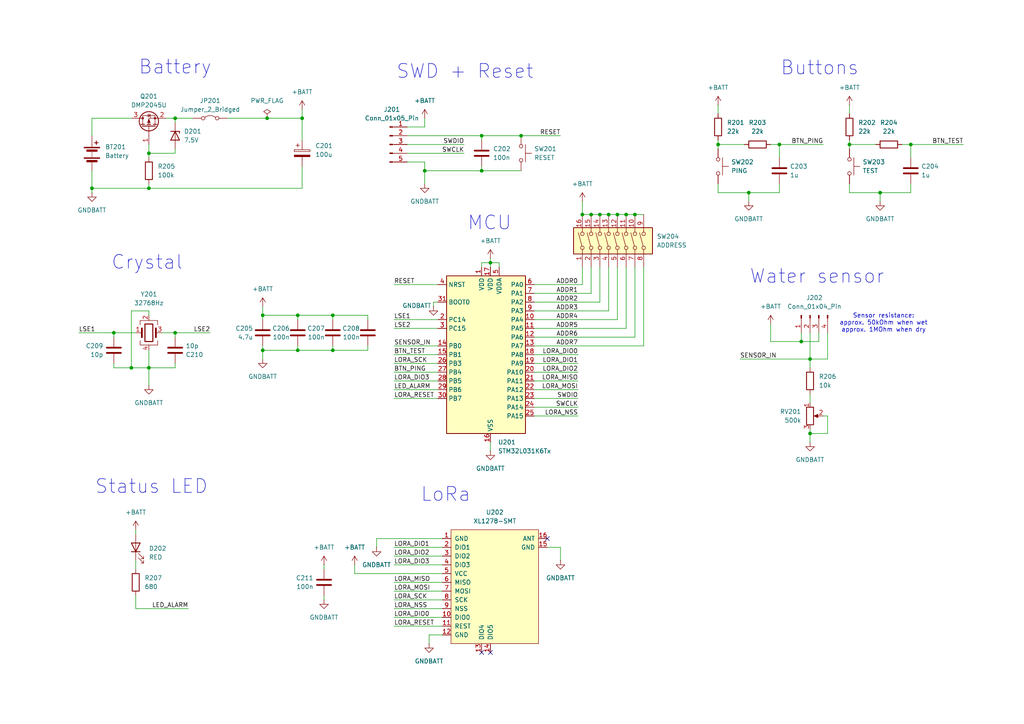
<source format=kicad_sch>
(kicad_sch (version 20231120) (generator "eeschema") (generator_version "8.0")
  (paper "A4")
  (title_block (title "LeakGuard Sensor Unit") (company "ZPI 2024/2025") (comment 1 "Łukasz Świszcz 266576") (comment 2 "Szymon Jędrzejczak 266867") (comment 3 "Philip Hart 266855") (comment 4 "Szymon Wieczorek 266586"))
  (lib_symbols
    (symbol "Connector:Conn_01x04_Pin" (pin_names (offset 1.016) hide)
      (property "Reference" "J" (at 0 5.08 0))
      (property "Value" "Conn_01x04_Pin" (at 0 -7.62 0))
      (symbol "Conn_01x04_Pin_1_1"
        (polyline (pts (xy 1.27 -5.08) (xy 0.8636 -5.08)) (stroke (width 0.1524)))
        (polyline (pts (xy 1.27 -2.54) (xy 0.8636 -2.54)) (stroke (width 0.1524)))
        (polyline (pts (xy 1.27 0) (xy 0.8636 0)) (stroke (width 0.1524)))
        (polyline (pts (xy 1.27 2.54) (xy 0.8636 2.54)) (stroke (width 0.1524)))
        (rectangle (start 0.8636 -4.953) (end 0 -5.207) (stroke (width 0.1524)) (fill (type outline)))
        (rectangle (start 0.8636 -2.413) (end 0 -2.667) (stroke (width 0.1524)) (fill (type outline)))
        (rectangle (start 0.8636 0.127) (end 0 -0.127) (stroke (width 0.1524)) (fill (type outline)))
        (rectangle (start 0.8636 2.667) (end 0 2.413) (stroke (width 0.1524)) (fill (type outline)))
        (pin passive line (at 5.08 2.54 180) (length 3.81) (name "Pin_1") (number "1"))
        (pin passive line (at 5.08 0 180) (length 3.81) (name "Pin_2") (number "2"))
        (pin passive line (at 5.08 -2.54 180) (length 3.81) (name "Pin_3") (number "3"))
        (pin passive line (at 5.08 -5.08 180) (length 3.81) (name "Pin_4") (number "4"))
      )
    )
    (symbol "Connector:Conn_01x05_Pin" (pin_names (offset 1.016) hide)
      (property "Reference" "J" (at 0 7.62 0))
      (property "Value" "Conn_01x05_Pin" (at 0 -7.62 0))
      (symbol "Conn_01x05_Pin_1_1"
        (polyline (pts (xy 1.27 -5.08) (xy 0.8636 -5.08)) (stroke (width 0.1524)))
        (polyline (pts (xy 1.27 -2.54) (xy 0.8636 -2.54)) (stroke (width 0.1524)))
        (polyline (pts (xy 1.27 0) (xy 0.8636 0)) (stroke (width 0.1524)))
        (polyline (pts (xy 1.27 2.54) (xy 0.8636 2.54)) (stroke (width 0.1524)))
        (polyline (pts (xy 1.27 5.08) (xy 0.8636 5.08)) (stroke (width 0.1524)))
        (rectangle (start 0.8636 -4.953) (end 0 -5.207) (stroke (width 0.1524)) (fill (type outline)))
        (rectangle (start 0.8636 -2.413) (end 0 -2.667) (stroke (width 0.1524)) (fill (type outline)))
        (rectangle (start 0.8636 0.127) (end 0 -0.127) (stroke (width 0.1524)) (fill (type outline)))
        (rectangle (start 0.8636 2.667) (end 0 2.413) (stroke (width 0.1524)) (fill (type outline)))
        (rectangle (start 0.8636 5.207) (end 0 4.953) (stroke (width 0.1524)) (fill (type outline)))
        (pin passive line (at 5.08 5.08 180) (length 3.81) (name "Pin_1") (number "1"))
        (pin passive line (at 5.08 2.54 180) (length 3.81) (name "Pin_2") (number "2"))
        (pin passive line (at 5.08 0 180) (length 3.81) (name "Pin_3") (number "3"))
        (pin passive line (at 5.08 -2.54 180) (length 3.81) (name "Pin_4") (number "4"))
        (pin passive line (at 5.08 -5.08 180) (length 3.81) (name "Pin_5") (number "5"))
      )
    )
    (symbol "Device:Battery" (pin_numbers hide) (pin_names (offset 0) hide)
      (property "Reference" "BT" (at 2.54 2.54 0))
      (property "Value" "Battery" (at 2.54 0 0))
      (symbol "Battery_0_1"
        (rectangle (start -2.286 -1.27) (end 2.286 -1.524) (fill (type outline)))
        (rectangle (start -2.286 1.778) (end 2.286 1.524) (fill (type outline)))
        (rectangle (start -1.524 -2.032) (end 1.524 -2.54) (fill (type outline)))
        (rectangle (start -1.524 1.016) (end 1.524 0.508) (fill (type outline)))
        (polyline (pts (xy 0 -1.016) (xy 0 -0.762)))
        (polyline (pts (xy 0 -0.508) (xy 0 -0.254)))
        (polyline (pts (xy 0 0) (xy 0 0.254)))
        (polyline (pts (xy 0 1.778) (xy 0 2.54)))
        (polyline (pts (xy 0.762 3.048) (xy 1.778 3.048)) (stroke (width 0.254)))
        (polyline (pts (xy 1.27 3.556) (xy 1.27 2.54)) (stroke (width 0.254)))
      )
      (symbol "Battery_1_1"
        (pin passive line (at 0 5.08 270) (length 2.54) (name "+") (number "1"))
        (pin passive line (at 0 -5.08 90) (length 2.54) (name "-") (number "2"))
      )
    )
    (symbol "Device:C" (pin_numbers hide) (pin_names (offset 0.254))
      (property "Reference" "C" (at 0.635 2.54 0))
      (property "Value" "C" (at 0.635 -2.54 0))
      (symbol "C_0_1"
        (polyline (pts (xy -2.032 -0.762) (xy 2.032 -0.762)) (stroke (width 0.508)))
        (polyline (pts (xy -2.032 0.762) (xy 2.032 0.762)) (stroke (width 0.508)))
      )
      (symbol "C_1_1"
        (pin passive line (at 0 3.81 270) (length 2.794) (name "~") (number "1"))
        (pin passive line (at 0 -3.81 90) (length 2.794) (name "~") (number "2"))
      )
    )
    (symbol "Device:C_Polarized" (pin_numbers hide) (pin_names (offset 0.254))
      (property "Reference" "C" (at 0.635 2.54 0))
      (property "Value" "C_Polarized" (at 0.635 -2.54 0))
      (symbol "C_Polarized_0_1"
        (rectangle (start -2.286 0.508) (end 2.286 1.016))
        (polyline (pts (xy -1.778 2.286) (xy -0.762 2.286)))
        (polyline (pts (xy -1.27 2.794) (xy -1.27 1.778)))
        (rectangle (start 2.286 -0.508) (end -2.286 -1.016) (fill (type outline)))
      )
      (symbol "C_Polarized_1_1"
        (pin passive line (at 0 3.81 270) (length 2.794) (name "~") (number "1"))
        (pin passive line (at 0 -3.81 90) (length 2.794) (name "~") (number "2"))
      )
    )
    (symbol "Device:Crystal_GND24" (pin_names (offset 1.016) hide)
      (property "Reference" "Y" (at 3.175 5.08 0))
      (property "Value" "Crystal_GND24" (at 3.175 3.175 0))
      (symbol "Crystal_GND24_0_1"
        (rectangle (start -1.143 2.54) (end 1.143 -2.54) (stroke (width 0.3048)))
        (polyline (pts (xy -2.54 0) (xy -2.032 0)))
        (polyline (pts (xy -2.032 -1.27) (xy -2.032 1.27)) (stroke (width 0.508)))
        (polyline (pts (xy 0 -3.81) (xy 0 -3.556)))
        (polyline (pts (xy 0 3.556) (xy 0 3.81)))
        (polyline (pts (xy 2.032 -1.27) (xy 2.032 1.27)) (stroke (width 0.508)))
        (polyline (pts (xy 2.032 0) (xy 2.54 0)))
        (polyline (pts (xy -2.54 -2.286) (xy -2.54 -3.556) (xy 2.54 -3.556) (xy 2.54 -2.286)))
        (polyline (pts (xy -2.54 2.286) (xy -2.54 3.556) (xy 2.54 3.556) (xy 2.54 2.286)))
      )
      (symbol "Crystal_GND24_1_1"
        (pin passive line (at -3.81 0 0) (length 1.27) (name "1") (number "1"))
        (pin passive line (at 0 5.08 270) (length 1.27) (name "2") (number "2"))
        (pin passive line (at 3.81 0 180) (length 1.27) (name "3") (number "3"))
        (pin passive line (at 0 -5.08 90) (length 1.27) (name "4") (number "4"))
      )
    )
    (symbol "Device:D_Zener" (pin_numbers hide) (pin_names (offset 1.016) hide)
      (property "Reference" "D" (at 0 2.54 0))
      (property "Value" "D_Zener" (at 0 -2.54 0))
      (symbol "D_Zener_0_1"
        (polyline (pts (xy 1.27 0) (xy -1.27 0)))
        (polyline (pts (xy -1.27 -1.27) (xy -1.27 1.27) (xy -0.762 1.27)) (stroke (width 0.254)))
        (polyline (pts (xy 1.27 -1.27) (xy 1.27 1.27) (xy -1.27 0) (xy 1.27 -1.27)) (stroke (width 0.254)))
      )
      (symbol "D_Zener_1_1"
        (pin passive line (at -3.81 0 0) (length 2.54) (name "K") (number "1"))
        (pin passive line (at 3.81 0 180) (length 2.54) (name "A") (number "2"))
      )
    )
    (symbol "Device:LED" (pin_numbers hide) (pin_names (offset 1.016) hide)
      (property "Reference" "D" (at 0 2.54 0))
      (property "Value" "LED" (at 0 -2.54 0))
      (symbol "LED_0_1"
        (polyline (pts (xy -1.27 -1.27) (xy -1.27 1.27)) (stroke (width 0.254)))
        (polyline (pts (xy -1.27 0) (xy 1.27 0)))
        (polyline (pts (xy 1.27 -1.27) (xy 1.27 1.27) (xy -1.27 0) (xy 1.27 -1.27)) (stroke (width 0.254)))
        (polyline (pts (xy -3.048 -0.762) (xy -4.572 -2.286) (xy -3.81 -2.286) (xy -4.572 -2.286) (xy -4.572 -1.524)))
        (polyline (pts (xy -1.778 -0.762) (xy -3.302 -2.286) (xy -2.54 -2.286) (xy -3.302 -2.286) (xy -3.302 -1.524)))
      )
      (symbol "LED_1_1"
        (pin passive line (at -3.81 0 0) (length 2.54) (name "K") (number "1"))
        (pin passive line (at 3.81 0 180) (length 2.54) (name "A") (number "2"))
      )
    )
    (symbol "Device:R" (pin_numbers hide) (pin_names (offset 0))
      (property "Reference" "R" (at 2.032 0 90))
      (property "Value" "R" (at 0 0 90))
      (symbol "R_0_1"
        (rectangle (start -1.016 -2.54) (end 1.016 2.54) (stroke (width 0.254)))
      )
      (symbol "R_1_1"
        (pin passive line (at 0 3.81 270) (length 1.27) (name "~") (number "1"))
        (pin passive line (at 0 -3.81 90) (length 1.27) (name "~") (number "2"))
      )
    )
    (symbol "Device:R_Potentiometer" (pin_names (offset 1.016) hide)
      (property "Reference" "RV" (at -4.445 0 90))
      (property "Value" "R_Potentiometer" (at -2.54 0 90))
      (symbol "R_Potentiometer_0_1"
        (polyline (pts (xy 2.54 0) (xy 1.524 0)))
        (polyline (pts (xy 1.143 0) (xy 2.286 0.508) (xy 2.286 -0.508) (xy 1.143 0)) (fill (type outline)))
        (rectangle (start 1.016 2.54) (end -1.016 -2.54) (stroke (width 0.254)))
      )
      (symbol "R_Potentiometer_1_1"
        (pin passive line (at 0 3.81 270) (length 1.27) (name "1") (number "1"))
        (pin passive line (at 3.81 0 180) (length 1.27) (name "2") (number "2"))
        (pin passive line (at 0 -3.81 90) (length 1.27) (name "3") (number "3"))
      )
    )
    (symbol "Jumper:Jumper_2_Bridged" (pin_numbers hide) (pin_names (offset 0) hide) (exclude_from_sim yes)
      (property "Reference" "JP" (at 0 1.905 0))
      (property "Value" "Jumper_2_Bridged" (at 0 -2.54 0))
      (symbol "Jumper_2_Bridged_0_0"
        (circle (center -2.032 0) (radius 0.508))
        (circle (center 2.032 0) (radius 0.508))
      )
      (symbol "Jumper_2_Bridged_0_1"
        (arc (start 1.524 0.254) (mid 0 0.762) (end -1.524 0.254))
      )
      (symbol "Jumper_2_Bridged_1_1"
        (pin passive line (at -5.08 0 0) (length 2.54) (name "A") (number "1"))
        (pin passive line (at 5.08 0 180) (length 2.54) (name "B") (number "2"))
      )
    )
    (symbol "Lora:XL1278-SMT" (pin_names (offset 1.016))
      (property "Reference" "U" (at 2.54 20.32 0))
      (property "Value" "XL1278-SMT" (at -6.35 20.32 0))
      (symbol "XL1278-SMT_0_1"
        (rectangle (start -12.7 17.78) (end 12.7 -15.24) (fill (type background)))
      )
      (symbol "XL1278-SMT_1_1"
        (pin power_in line (at -15.24 15.24 0) (length 2.54) (name "GND") (number "1"))
        (pin bidirectional line (at -15.24 -7.62 0) (length 2.54) (name "DIO0") (number "10"))
        (pin input line (at -15.24 -10.16 0) (length 2.54) (name "REST") (number "11"))
        (pin power_in line (at -15.24 -12.7 0) (length 2.54) (name "GND") (number "12"))
        (pin bidirectional line (at -3.81 -17.78 90) (length 2.54) (name "DIO4") (number "13"))
        (pin bidirectional line (at -1.27 -17.78 90) (length 2.54) (name "DIO5") (number "14"))
        (pin power_in line (at 15.24 12.7 180) (length 2.54) (name "GND") (number "15"))
        (pin passive line (at 15.24 15.24 180) (length 2.54) (name "ANT") (number "16"))
        (pin bidirectional line (at -15.24 12.7 0) (length 2.54) (name "DIO1") (number "2"))
        (pin bidirectional line (at -15.24 10.16 0) (length 2.54) (name "DIO2") (number "3"))
        (pin bidirectional line (at -15.24 7.62 0) (length 2.54) (name "DIO3") (number "4"))
        (pin power_in line (at -15.24 5.08 0) (length 2.54) (name "VCC") (number "5"))
        (pin tri_state line (at -15.24 2.54 0) (length 2.54) (name "MISO") (number "6"))
        (pin input line (at -15.24 0 0) (length 2.54) (name "MOSI") (number "7"))
        (pin input line (at -15.24 -2.54 0) (length 2.54) (name "SCK") (number "8"))
        (pin input line (at -15.24 -5.08 0) (length 2.54) (name "NSS") (number "9"))
      )
    )
    (symbol "MCU_ST_STM32L0:STM32L031K6Tx"
      (property "Reference" "U" (at -10.16 24.13 0))
      (property "Value" "STM32L031K6Tx" (at 7.62 24.13 0))
      (symbol "STM32L031K6Tx_0_1"
        (rectangle (start -10.16 -22.86) (end 12.7 22.86) (stroke (width 0.254)) (fill (type background)))
      )
      (symbol "STM32L031K6Tx_1_1"
        (pin power_in line (at 0 25.4 270) (length 2.54) (name "VDD") (number "1"))
        (pin bidirectional line (at 15.24 10.16 180) (length 2.54) (name "PA4") (number "10"))
        (pin bidirectional line (at 15.24 7.62 180) (length 2.54) (name "PA5") (number "11"))
        (pin bidirectional line (at 15.24 5.08 180) (length 2.54) (name "PA6") (number "12"))
        (pin bidirectional line (at 15.24 2.54 180) (length 2.54) (name "PA7") (number "13"))
        (pin bidirectional line (at -12.7 2.54 0) (length 2.54) (name "PB0") (number "14"))
        (pin bidirectional line (at -12.7 0 0) (length 2.54) (name "PB1") (number "15"))
        (pin power_in line (at 2.54 -25.4 90) (length 2.54) (name "VSS") (number "16"))
        (pin power_in line (at 2.54 25.4 270) (length 2.54) (name "VDD") (number "17"))
        (pin bidirectional line (at 15.24 0 180) (length 2.54) (name "PA8") (number "18"))
        (pin bidirectional line (at 15.24 -2.54 180) (length 2.54) (name "PA9") (number "19"))
        (pin bidirectional line (at -12.7 10.16 0) (length 2.54) (name "PC14") (number "2"))
        (pin bidirectional line (at 15.24 -5.08 180) (length 2.54) (name "PA10") (number "20"))
        (pin bidirectional line (at 15.24 -7.62 180) (length 2.54) (name "PA11") (number "21"))
        (pin bidirectional line (at 15.24 -10.16 180) (length 2.54) (name "PA12") (number "22"))
        (pin bidirectional line (at 15.24 -12.7 180) (length 2.54) (name "PA13") (number "23"))
        (pin bidirectional line (at 15.24 -15.24 180) (length 2.54) (name "PA14") (number "24"))
        (pin bidirectional line (at 15.24 -17.78 180) (length 2.54) (name "PA15") (number "25"))
        (pin bidirectional line (at -12.7 -2.54 0) (length 2.54) (name "PB3") (number "26"))
        (pin bidirectional line (at -12.7 -5.08 0) (length 2.54) (name "PB4") (number "27"))
        (pin bidirectional line (at -12.7 -7.62 0) (length 2.54) (name "PB5") (number "28"))
        (pin bidirectional line (at -12.7 -10.16 0) (length 2.54) (name "PB6") (number "29"))
        (pin bidirectional line (at -12.7 7.62 0) (length 2.54) (name "PC15") (number "3"))
        (pin bidirectional line (at -12.7 -12.7 0) (length 2.54) (name "PB7") (number "30"))
        (pin input line (at -12.7 15.24 0) (length 2.54) (name "BOOT0") (number "31"))
        (pin passive line (at 2.54 -25.4 90) (length 2.54) hide (name "VSS") (number "32"))
        (pin input line (at -12.7 20.32 0) (length 2.54) (name "NRST") (number "4"))
        (pin power_in line (at 5.08 25.4 270) (length 2.54) (name "VDDA") (number "5"))
        (pin bidirectional line (at 15.24 20.32 180) (length 2.54) (name "PA0") (number "6"))
        (pin bidirectional line (at 15.24 17.78 180) (length 2.54) (name "PA1") (number "7"))
        (pin bidirectional line (at 15.24 15.24 180) (length 2.54) (name "PA2") (number "8"))
        (pin bidirectional line (at 15.24 12.7 180) (length 2.54) (name "PA3") (number "9"))
      )
    )
    (symbol "Switch:SW_DIP_x08" (pin_names (offset 0) hide)
      (property "Reference" "SW" (at 0 13.97 0))
      (property "Value" "SW_DIP_x08" (at 0 -11.43 0))
      (symbol "SW_DIP_x08_0_0"
        (circle (center -2.032 -7.62) (radius 0.508))
        (circle (center -2.032 -5.08) (radius 0.508))
        (circle (center -2.032 -2.54) (radius 0.508))
        (circle (center -2.032 0) (radius 0.508))
        (circle (center -2.032 2.54) (radius 0.508))
        (circle (center -2.032 5.08) (radius 0.508))
        (circle (center -2.032 7.62) (radius 0.508))
        (circle (center -2.032 10.16) (radius 0.508))
        (polyline (pts (xy -1.524 -7.4676) (xy 2.3622 -6.4262)))
        (polyline (pts (xy -1.524 -4.9276) (xy 2.3622 -3.8862)))
        (polyline (pts (xy -1.524 -2.3876) (xy 2.3622 -1.3462)))
        (polyline (pts (xy -1.524 0.127) (xy 2.3622 1.1684)))
        (polyline (pts (xy -1.524 2.667) (xy 2.3622 3.7084)))
        (polyline (pts (xy -1.524 5.207) (xy 2.3622 6.2484)))
        (polyline (pts (xy -1.524 7.747) (xy 2.3622 8.7884)))
        (polyline (pts (xy -1.524 10.287) (xy 2.3622 11.3284)))
        (circle (center 2.032 -7.62) (radius 0.508))
        (circle (center 2.032 -5.08) (radius 0.508))
        (circle (center 2.032 -2.54) (radius 0.508))
        (circle (center 2.032 0) (radius 0.508))
        (circle (center 2.032 2.54) (radius 0.508))
        (circle (center 2.032 5.08) (radius 0.508))
        (circle (center 2.032 7.62) (radius 0.508))
        (circle (center 2.032 10.16) (radius 0.508))
      )
      (symbol "SW_DIP_x08_0_1"
        (rectangle (start -3.81 12.7) (end 3.81 -10.16) (stroke (width 0.254)) (fill (type background)))
      )
      (symbol "SW_DIP_x08_1_1"
        (pin passive line (at -7.62 10.16 0) (length 5.08) (name "~") (number "1"))
        (pin passive line (at 7.62 -5.08 180) (length 5.08) (name "~") (number "10"))
        (pin passive line (at 7.62 -2.54 180) (length 5.08) (name "~") (number "11"))
        (pin passive line (at 7.62 0 180) (length 5.08) (name "~") (number "12"))
        (pin passive line (at 7.62 2.54 180) (length 5.08) (name "~") (number "13"))
        (pin passive line (at 7.62 5.08 180) (length 5.08) (name "~") (number "14"))
        (pin passive line (at 7.62 7.62 180) (length 5.08) (name "~") (number "15"))
        (pin passive line (at 7.62 10.16 180) (length 5.08) (name "~") (number "16"))
        (pin passive line (at -7.62 7.62 0) (length 5.08) (name "~") (number "2"))
        (pin passive line (at -7.62 5.08 0) (length 5.08) (name "~") (number "3"))
        (pin passive line (at -7.62 2.54 0) (length 5.08) (name "~") (number "4"))
        (pin passive line (at -7.62 0 0) (length 5.08) (name "~") (number "5"))
        (pin passive line (at -7.62 -2.54 0) (length 5.08) (name "~") (number "6"))
        (pin passive line (at -7.62 -5.08 0) (length 5.08) (name "~") (number "7"))
        (pin passive line (at -7.62 -7.62 0) (length 5.08) (name "~") (number "8"))
        (pin passive line (at 7.62 -7.62 180) (length 5.08) (name "~") (number "9"))
      )
    )
    (symbol "Switch:SW_Push" (pin_numbers hide) (pin_names (offset 1.016) hide)
      (property "Reference" "SW" (at 1.27 2.54 0))
      (property "Value" "SW_Push" (at 0 -1.524 0))
      (symbol "SW_Push_0_1"
        (circle (center -2.032 0) (radius 0.508))
        (polyline (pts (xy 0 1.27) (xy 0 3.048)))
        (polyline (pts (xy 2.54 1.27) (xy -2.54 1.27)))
        (circle (center 2.032 0) (radius 0.508))
        (pin passive line (at -5.08 0 0) (length 2.54) (name "1") (number "1"))
        (pin passive line (at 5.08 0 180) (length 2.54) (name "2") (number "2"))
      )
    )
    (symbol "Transistor_FET:DMG2301L" (pin_names hide)
      (property "Reference" "Q" (at 5.08 1.905 0))
      (property "Value" "DMG2301L" (at 5.08 0 0))
      (symbol "DMG2301L_0_1"
        (polyline (pts (xy 0.254 0) (xy -2.54 0)))
        (polyline (pts (xy 0.254 1.905) (xy 0.254 -1.905)) (stroke (width 0.254)))
        (polyline (pts (xy 0.762 -1.27) (xy 0.762 -2.286)) (stroke (width 0.254)))
        (polyline (pts (xy 0.762 0.508) (xy 0.762 -0.508)) (stroke (width 0.254)))
        (polyline (pts (xy 0.762 2.286) (xy 0.762 1.27)) (stroke (width 0.254)))
        (polyline (pts (xy 2.54 2.54) (xy 2.54 1.778)))
        (polyline (pts (xy 2.54 -2.54) (xy 2.54 0) (xy 0.762 0)))
        (polyline (pts (xy 0.762 1.778) (xy 3.302 1.778) (xy 3.302 -1.778) (xy 0.762 -1.778)))
        (polyline (pts (xy 2.286 0) (xy 1.27 0.381) (xy 1.27 -0.381) (xy 2.286 0)) (fill (type outline)))
        (polyline (pts (xy 2.794 -0.508) (xy 2.921 -0.381) (xy 3.683 -0.381) (xy 3.81 -0.254)))
        (polyline (pts (xy 3.302 -0.381) (xy 2.921 0.254) (xy 3.683 0.254) (xy 3.302 -0.381)))
        (circle (center 1.651 0) (radius 2.794) (stroke (width 0.254)))
        (circle (center 2.54 -1.778) (radius 0.254) (fill (type outline)))
        (circle (center 2.54 1.778) (radius 0.254) (fill (type outline)))
      )
      (symbol "DMG2301L_1_1"
        (pin input line (at -5.08 0 0) (length 2.54) (name "G") (number "1"))
        (pin passive line (at 2.54 -5.08 90) (length 2.54) (name "S") (number "2"))
        (pin passive line (at 2.54 5.08 270) (length 2.54) (name "D") (number "3"))
      )
    )
    (symbol "power:+BATT" (power) (pin_numbers hide) (pin_names (offset 0) hide)
      (property "Value" "+BATT" (at 0 3.556 0))
      (symbol "+BATT_0_1"
        (polyline (pts (xy -0.762 1.27) (xy 0 2.54)))
        (polyline (pts (xy 0 0) (xy 0 2.54)))
        (polyline (pts (xy 0 2.54) (xy 0.762 1.27)))
      )
      (symbol "+BATT_1_1"
        (pin power_in line (at 0 0 90) (length 0) (name "~") (number "1"))
      )
    )
    (symbol "power:GND" (power) (pin_numbers hide) (pin_names (offset 0) hide)
      (property "Value" "GND" (at 0 -3.81 0))
      (symbol "GND_0_1"
        (polyline (pts (xy 0 0) (xy 0 -1.27) (xy 1.27 -1.27) (xy 0 -2.54) (xy -1.27 -1.27) (xy 0 -1.27)))
      )
      (symbol "GND_1_1"
        (pin power_in line (at 0 0 270) (length 0) (name "~") (number "1"))
      )
    )
    (symbol "power:PWR_FLAG" (power) (pin_numbers hide) (pin_names (offset 0) hide)
      (property "Value" "PWR_FLAG" (at 0 3.81 0))
      (symbol "PWR_FLAG_0_0"
        (pin power_out line (at 0 0 90) (length 0) (name "~") (number "1"))
      )
      (symbol "PWR_FLAG_0_1"
        (polyline (pts (xy 0 0) (xy 0 1.27) (xy -1.016 1.905) (xy 0 2.54) (xy 1.016 1.905) (xy 0 1.27)))
      )
    )
  )
  (junction (at 226.06 41.91))
  (junction (at 43.18 44.45))
  (junction (at 255.27 55.88))
  (junction (at 26.67 54.61))
  (junction (at 86.36 101.6))
  (junction (at 139.7 39.37))
  (junction (at 217.17 55.88))
  (junction (at 96.52 91.44))
  (junction (at 33.02 96.52))
  (junction (at 96.52 101.6))
  (junction (at 176.53 62.23))
  (junction (at 139.7 49.53))
  (junction (at 43.18 106.68))
  (junction (at 50.8 34.29))
  (junction (at 181.61 62.23))
  (junction (at 173.99 62.23))
  (junction (at 168.91 62.23))
  (junction (at 151.13 39.37))
  (junction (at 264.16 41.91))
  (junction (at 50.8 96.52))
  (junction (at 76.2 101.6))
  (junction (at 171.45 62.23))
  (junction (at 43.18 54.61))
  (junction (at 87.63 34.29))
  (junction (at 77.47 34.29))
  (junction (at 76.2 91.44))
  (junction (at 232.41 99.06))
  (junction (at 234.95 125.73))
  (junction (at 246.38 41.91))
  (junction (at 123.19 49.53))
  (junction (at 208.28 41.91))
  (junction (at 38.1 106.68))
  (junction (at 142.24 76.2))
  (junction (at 234.95 104.14))
  (junction (at 184.15 62.23))
  (junction (at 179.07 62.23))
  (junction (at 86.36 91.44))
  (no_connect (at 158.75 156.21))
  (no_connect (at 139.7 189.23))
  (no_connect (at 142.24 189.23))
  (wire (pts (xy 50.8 97.79) (xy 50.8 96.52)))
  (wire (pts (xy 128.27 184.15) (xy 124.46 184.15)))
  (wire (pts (xy 50.8 43.18) (xy 50.8 44.45)))
  (wire (pts (xy 33.02 97.79) (xy 33.02 96.52)))
  (wire (pts (xy 38.1 90.17) (xy 38.1 106.68)))
  (wire (pts (xy 43.18 101.6) (xy 43.18 106.68)))
  (wire (pts (xy 50.8 35.56) (xy 50.8 34.29)))
  (wire (pts (xy 114.3 168.91) (xy 128.27 168.91)))
  (wire (pts (xy 114.3 95.25) (xy 127 95.25)))
  (wire (pts (xy 139.7 49.53) (xy 139.7 48.26)))
  (wire (pts (xy 154.94 110.49) (xy 167.64 110.49)))
  (wire (pts (xy 214.63 104.14) (xy 234.95 104.14)))
  (wire (pts (xy 39.37 162.56) (xy 39.37 165.1)))
  (wire (pts (xy 77.47 34.29) (xy 87.63 34.29)))
  (wire (pts (xy 125.73 87.63) (xy 125.73 88.9)))
  (wire (pts (xy 114.3 105.41) (xy 127 105.41)))
  (wire (pts (xy 123.19 34.29) (xy 123.19 36.83)))
  (wire (pts (xy 96.52 91.44) (xy 106.68 91.44)))
  (wire (pts (xy 76.2 101.6) (xy 86.36 101.6)))
  (wire (pts (xy 26.67 54.61) (xy 43.18 54.61)))
  (wire (pts (xy 223.52 93.98) (xy 223.52 99.06)))
  (wire (pts (xy 46.99 96.52) (xy 50.8 96.52)))
  (wire (pts (xy 154.94 118.11) (xy 167.64 118.11)))
  (wire (pts (xy 123.19 49.53) (xy 123.19 53.34)))
  (wire (pts (xy 124.46 184.15) (xy 124.46 186.69)))
  (wire (pts (xy 93.98 172.72) (xy 93.98 173.99)))
  (wire (pts (xy 158.75 158.75) (xy 162.56 158.75)))
  (wire (pts (xy 43.18 90.17) (xy 38.1 90.17)))
  (wire (pts (xy 43.18 90.17) (xy 43.18 91.44)))
  (wire (pts (xy 171.45 77.47) (xy 171.45 85.09)))
  (wire (pts (xy 43.18 44.45) (xy 50.8 44.45)))
  (wire (pts (xy 114.3 115.57) (xy 127 115.57)))
  (wire (pts (xy 240.03 96.52) (xy 240.03 104.14)))
  (wire (pts (xy 76.2 92.71) (xy 76.2 91.44)))
  (wire (pts (xy 33.02 106.68) (xy 38.1 106.68)))
  (wire (pts (xy 154.94 95.25) (xy 181.61 95.25)))
  (wire (pts (xy 139.7 39.37) (xy 151.13 39.37)))
  (wire (pts (xy 114.3 173.99) (xy 128.27 173.99)))
  (wire (pts (xy 186.69 77.47) (xy 186.69 100.33)))
  (wire (pts (xy 255.27 55.88) (xy 264.16 55.88)))
  (wire (pts (xy 217.17 55.88) (xy 226.06 55.88)))
  (wire (pts (xy 50.8 34.29) (xy 55.88 34.29)))
  (wire (pts (xy 114.3 158.75) (xy 128.27 158.75)))
  (wire (pts (xy 118.11 39.37) (xy 139.7 39.37)))
  (wire (pts (xy 151.13 49.53) (xy 139.7 49.53)))
  (wire (pts (xy 128.27 166.37) (xy 102.87 166.37)))
  (wire (pts (xy 154.94 115.57) (xy 167.64 115.57)))
  (wire (pts (xy 176.53 62.23) (xy 179.07 62.23)))
  (wire (pts (xy 109.22 156.21) (xy 109.22 158.75)))
  (wire (pts (xy 226.06 55.88) (xy 226.06 53.34)))
  (wire (pts (xy 43.18 106.68) (xy 43.18 111.76)))
  (wire (pts (xy 181.61 62.23) (xy 184.15 62.23)))
  (wire (pts (xy 217.17 55.88) (xy 217.17 58.42)))
  (wire (pts (xy 39.37 153.67) (xy 39.37 154.94)))
  (wire (pts (xy 234.95 96.52) (xy 234.95 104.14)))
  (wire (pts (xy 176.53 77.47) (xy 176.53 90.17)))
  (wire (pts (xy 33.02 106.68) (xy 33.02 105.41)))
  (wire (pts (xy 87.63 48.26) (xy 87.63 54.61)))
  (wire (pts (xy 240.03 104.14) (xy 234.95 104.14)))
  (wire (pts (xy 43.18 41.91) (xy 43.18 44.45)))
  (wire (pts (xy 106.68 91.44) (xy 106.68 92.71)))
  (wire (pts (xy 43.18 106.68) (xy 50.8 106.68)))
  (wire (pts (xy 234.95 125.73) (xy 234.95 124.46)))
  (wire (pts (xy 114.3 102.87) (xy 127 102.87)))
  (wire (pts (xy 154.94 97.79) (xy 184.15 97.79)))
  (wire (pts (xy 142.24 76.2) (xy 144.78 76.2)))
  (wire (pts (xy 168.91 62.23) (xy 171.45 62.23)))
  (wire (pts (xy 96.52 101.6) (xy 96.52 100.33)))
  (wire (pts (xy 246.38 41.91) (xy 254 41.91)))
  (wire (pts (xy 255.27 55.88) (xy 255.27 58.42)))
  (wire (pts (xy 208.28 55.88) (xy 217.17 55.88)))
  (wire (pts (xy 208.28 41.91) (xy 215.9 41.91)))
  (wire (pts (xy 226.06 41.91) (xy 226.06 45.72)))
  (wire (pts (xy 154.94 87.63) (xy 173.99 87.63)))
  (wire (pts (xy 142.24 74.93) (xy 142.24 76.2)))
  (wire (pts (xy 264.16 41.91) (xy 279.4 41.91)))
  (wire (pts (xy 114.3 163.83) (xy 128.27 163.83)))
  (wire (pts (xy 234.95 125.73) (xy 234.95 128.27)))
  (wire (pts (xy 39.37 176.53) (xy 54.61 176.53)))
  (wire (pts (xy 43.18 54.61) (xy 87.63 54.61)))
  (wire (pts (xy 33.02 96.52) (xy 39.37 96.52)))
  (wire (pts (xy 208.28 41.91) (xy 208.28 43.18)))
  (wire (pts (xy 114.3 113.03) (xy 127 113.03)))
  (wire (pts (xy 106.68 101.6) (xy 96.52 101.6)))
  (wire (pts (xy 96.52 91.44) (xy 96.52 92.71)))
  (wire (pts (xy 43.18 45.72) (xy 43.18 44.45)))
  (wire (pts (xy 154.94 92.71) (xy 179.07 92.71)))
  (wire (pts (xy 246.38 30.48) (xy 246.38 33.02)))
  (wire (pts (xy 106.68 100.33) (xy 106.68 101.6)))
  (wire (pts (xy 114.3 161.29) (xy 128.27 161.29)))
  (wire (pts (xy 223.52 99.06) (xy 232.41 99.06)))
  (wire (pts (xy 237.49 99.06) (xy 232.41 99.06)))
  (wire (pts (xy 261.62 41.91) (xy 264.16 41.91)))
  (wire (pts (xy 114.3 181.61) (xy 128.27 181.61)))
  (wire (pts (xy 162.56 158.75) (xy 162.56 162.56)))
  (wire (pts (xy 154.94 107.95) (xy 167.64 107.95)))
  (wire (pts (xy 208.28 30.48) (xy 208.28 33.02)))
  (wire (pts (xy 232.41 96.52) (xy 232.41 99.06)))
  (wire (pts (xy 86.36 92.71) (xy 86.36 91.44)))
  (wire (pts (xy 234.95 104.14) (xy 234.95 106.68)))
  (wire (pts (xy 127 87.63) (xy 125.73 87.63)))
  (wire (pts (xy 26.67 54.61) (xy 26.67 55.88)))
  (wire (pts (xy 50.8 106.68) (xy 50.8 105.41)))
  (wire (pts (xy 179.07 62.23) (xy 181.61 62.23)))
  (wire (pts (xy 114.3 107.95) (xy 127 107.95)))
  (wire (pts (xy 246.38 55.88) (xy 255.27 55.88)))
  (wire (pts (xy 102.87 163.83) (xy 102.87 166.37)))
  (wire (pts (xy 171.45 62.23) (xy 173.99 62.23)))
  (wire (pts (xy 154.94 105.41) (xy 167.64 105.41)))
  (wire (pts (xy 184.15 62.23) (xy 186.69 62.23)))
  (wire (pts (xy 142.24 128.27) (xy 142.24 130.81)))
  (wire (pts (xy 118.11 44.45) (xy 134.62 44.45)))
  (wire (pts (xy 208.28 53.34) (xy 208.28 55.88)))
  (wire (pts (xy 26.67 34.29) (xy 38.1 34.29)))
  (wire (pts (xy 154.94 113.03) (xy 167.64 113.03)))
  (wire (pts (xy 179.07 77.47) (xy 179.07 92.71)))
  (wire (pts (xy 114.3 171.45) (xy 128.27 171.45)))
  (wire (pts (xy 264.16 55.88) (xy 264.16 53.34)))
  (wire (pts (xy 264.16 41.91) (xy 264.16 45.72)))
  (wire (pts (xy 237.49 96.52) (xy 237.49 99.06)))
  (wire (pts (xy 246.38 53.34) (xy 246.38 55.88)))
  (wire (pts (xy 123.19 49.53) (xy 139.7 49.53)))
  (wire (pts (xy 184.15 77.47) (xy 184.15 97.79)))
  (wire (pts (xy 26.67 49.53) (xy 26.67 54.61)))
  (wire (pts (xy 86.36 101.6) (xy 86.36 100.33)))
  (wire (pts (xy 43.18 54.61) (xy 43.18 53.34)))
  (wire (pts (xy 76.2 101.6) (xy 76.2 104.14)))
  (wire (pts (xy 139.7 76.2) (xy 142.24 76.2)))
  (wire (pts (xy 22.86 96.52) (xy 33.02 96.52)))
  (wire (pts (xy 87.63 31.75) (xy 87.63 34.29)))
  (wire (pts (xy 118.11 46.99) (xy 123.19 46.99)))
  (wire (pts (xy 50.8 96.52) (xy 60.96 96.52)))
  (wire (pts (xy 86.36 91.44) (xy 96.52 91.44)))
  (wire (pts (xy 154.94 120.65) (xy 167.64 120.65)))
  (wire (pts (xy 118.11 41.91) (xy 134.62 41.91)))
  (wire (pts (xy 114.3 92.71) (xy 127 92.71)))
  (wire (pts (xy 223.52 41.91) (xy 226.06 41.91)))
  (wire (pts (xy 139.7 77.47) (xy 139.7 76.2)))
  (wire (pts (xy 246.38 41.91) (xy 246.38 43.18)))
  (wire (pts (xy 144.78 76.2) (xy 144.78 77.47)))
  (wire (pts (xy 240.03 120.65) (xy 240.03 125.73)))
  (wire (pts (xy 238.76 120.65) (xy 240.03 120.65)))
  (wire (pts (xy 114.3 100.33) (xy 127 100.33)))
  (wire (pts (xy 173.99 62.23) (xy 176.53 62.23)))
  (wire (pts (xy 208.28 40.64) (xy 208.28 41.91)))
  (wire (pts (xy 93.98 163.83) (xy 93.98 165.1)))
  (wire (pts (xy 39.37 172.72) (xy 39.37 176.53)))
  (wire (pts (xy 38.1 106.68) (xy 43.18 106.68)))
  (wire (pts (xy 86.36 101.6) (xy 96.52 101.6)))
  (wire (pts (xy 76.2 101.6) (xy 76.2 100.33)))
  (wire (pts (xy 139.7 40.64) (xy 139.7 39.37)))
  (wire (pts (xy 114.3 176.53) (xy 128.27 176.53)))
  (wire (pts (xy 173.99 77.47) (xy 173.99 87.63)))
  (wire (pts (xy 154.94 102.87) (xy 167.64 102.87)))
  (wire (pts (xy 26.67 39.37) (xy 26.67 34.29)))
  (wire (pts (xy 123.19 49.53) (xy 123.19 46.99)))
  (wire (pts (xy 87.63 34.29) (xy 87.63 40.64)))
  (wire (pts (xy 76.2 88.9) (xy 76.2 91.44)))
  (wire (pts (xy 128.27 156.21) (xy 109.22 156.21)))
  (wire (pts (xy 154.94 85.09) (xy 171.45 85.09)))
  (wire (pts (xy 114.3 82.55) (xy 127 82.55)))
  (wire (pts (xy 181.61 77.47) (xy 181.61 95.25)))
  (wire (pts (xy 66.04 34.29) (xy 77.47 34.29)))
  (wire (pts (xy 151.13 39.37) (xy 162.56 39.37)))
  (wire (pts (xy 154.94 90.17) (xy 176.53 90.17)))
  (wire (pts (xy 118.11 36.83) (xy 123.19 36.83)))
  (wire (pts (xy 240.03 125.73) (xy 234.95 125.73)))
  (wire (pts (xy 142.24 76.2) (xy 142.24 77.47)))
  (wire (pts (xy 48.26 34.29) (xy 50.8 34.29)))
  (wire (pts (xy 154.94 100.33) (xy 186.69 100.33)))
  (wire (pts (xy 246.38 40.64) (xy 246.38 41.91)))
  (wire (pts (xy 154.94 82.55) (xy 168.91 82.55)))
  (wire (pts (xy 226.06 41.91) (xy 238.76 41.91)))
  (wire (pts (xy 234.95 114.3) (xy 234.95 116.84)))
  (wire (pts (xy 168.91 58.42) (xy 168.91 62.23)))
  (wire (pts (xy 76.2 91.44) (xy 86.36 91.44)))
  (wire (pts (xy 114.3 110.49) (xy 127 110.49)))
  (wire (pts (xy 114.3 179.07) (xy 128.27 179.07)))
  (wire (pts (xy 168.91 82.55) (xy 168.91 77.47)))
  (text "Battery" (at 50.8 19.558 0) (effects (font (size 4 4))))
  (text "Water sensor" (at 236.982 80.264 0) (effects (font (size 4 4))))
  (text "Buttons" (at 237.744 19.812 0) (effects (font (size 4 4))))
  (text "Sensor resistance:\napprox. 50kOhm when wet\napprox. 1MOhm when dry" (at 256.286 93.726 0) (effects (font (size 1.27 1.27))))
  (text "Status LED" (at 43.942 141.224 0) (effects (font (size 4 4))))
  (text "SWD + Reset" (at 134.874 20.828 0) (effects (font (size 4 4))))
  (text "LoRa" (at 129.286 143.51 0) (effects (font (size 4 4))))
  (text "MCU" (at 141.986 64.77 0) (effects (font (size 4 4))))
  (text "Crystal" (at 42.672 76.2 0) (effects (font (size 4 4))))
  (label "LORA_SCK" (at 114.3 105.41 0))
  (label "LORA_NSS" (at 114.3 176.53 0))
  (label "LORA_RESET" (at 114.3 115.57 0))
  (label "LORA_DIO1" (at 114.3 158.75 0))
  (label "ADDR4" (at 167.64 92.71 180))
  (label "LED_ALARM" (at 54.61 176.53 180))
  (label "ADDR1" (at 167.64 85.09 180))
  (label "LORA_NSS" (at 167.64 120.65 180))
  (label "LORA_MOSI" (at 167.64 113.03 180))
  (label "RESET" (at 162.56 39.37 180))
  (label "LORA_RESET" (at 114.3 181.61 0))
  (label "LSE2" (at 60.96 96.52 180))
  (label "BTN_TEST" (at 279.4 41.91 180))
  (label "ADDR2" (at 167.64 87.63 180))
  (label "ADDR5" (at 167.64 95.25 180))
  (label "LORA_DIO3" (at 114.3 110.49 0))
  (label "LORA_DIO2" (at 167.64 107.95 180))
  (label "SENSOR_IN" (at 214.63 104.14 0))
  (label "ADDR0" (at 167.64 82.55 180))
  (label "ADDR3" (at 167.64 90.17 180))
  (label "LORA_DIO2" (at 114.3 161.29 0))
  (label "LED_ALARM" (at 114.3 113.03 0))
  (label "SWCLK" (at 134.62 44.45 180))
  (label "LORA_MISO" (at 167.64 110.49 180))
  (label "LORA_SCK" (at 114.3 173.99 0))
  (label "RESET" (at 114.3 82.55 0))
  (label "SWCLK" (at 167.64 118.11 180))
  (label "SWDIO" (at 134.62 41.91 180))
  (label "ADDR6" (at 167.64 97.79 180))
  (label "ADDR7" (at 167.64 100.33 180))
  (label "LORA_DIO1" (at 167.64 105.41 180))
  (label "LORA_MISO" (at 114.3 168.91 0))
  (label "LSE2" (at 114.3 95.25 0))
  (label "LORA_DIO0" (at 114.3 179.07 0))
  (label "BTN_PING" (at 238.76 41.91 180))
  (label "LSE1" (at 114.3 92.71 0))
  (label "SWDIO" (at 167.64 115.57 180))
  (label "LSE1" (at 22.86 96.52 0))
  (label "LORA_DIO0" (at 167.64 102.87 180))
  (label "LORA_MOSI" (at 114.3 171.45 0))
  (label "BTN_TEST" (at 114.3 102.87 0))
  (label "BTN_PING" (at 114.3 107.95 0))
  (label "SENSOR_IN" (at 114.3 100.33 0))
  (label "LORA_DIO3" (at 114.3 163.83 0))
  (symbol (lib_id "power:GND") (at 93.98 173.99 0) (unit 1)
    (property "Reference" "#PWR0223" (effects (hide yes)))
    (property "Value" "GNDBATT" (at 93.98 179.07 0))
    (property "Description" "Power symbol creates a global label with name \"GND\" , ground" (effects (hide yes)))
  )
  (symbol (lib_id "power:+BATT") (at 246.38 30.48 0) (unit 1)
    (property "Reference" "#PWR0202" (effects (hide yes)))
    (property "Value" "+BATT" (at 246.38 25.4 0))
    (property "Description" "Power symbol creates a global label with name \"+BATT\"" (effects (hide yes)))
  )
  (symbol (lib_id "Device:C") (at 139.7 44.45 0) (unit 1)
    (property "Reference" "C202" (at 143.002 43.18 0) (effects (justify left)))
    (property "Value" "100n" (at 143.002 45.72 0) (effects (justify left)))
    (property "Footprint" "Capacitor_SMD:C_0805_2012Metric_Pad1.18x1.45mm_HandSolder" (effects (hide yes)))
    (property "Description" "Unpolarized capacitor" (effects (hide yes)))
  )
  (symbol (lib_id "power:GND") (at 234.95 128.27 0) (unit 1)
    (property "Reference" "#PWR0216" (effects (hide yes)))
    (property "Value" "GNDBATT" (at 234.95 133.35 0))
    (property "Description" "Power symbol creates a global label with name \"GND\" , ground" (effects (hide yes)))
  )
  (symbol (lib_id "Device:R") (at 219.71 41.91 90) (unit 1)
    (property "Reference" "R203" (at 219.71 35.56 90))
    (property "Value" "22k" (at 219.71 38.1 90))
    (property "Footprint" "Resistor_SMD:R_0805_2012Metric_Pad1.20x1.40mm_HandSolder" (effects (hide yes)))
    (property "Description" "Resistor" (effects (hide yes)))
  )
  (symbol (lib_id "Lora:XL1278-SMT") (at 143.51 171.45 0) (unit 1)
    (property "Reference" "U202" (at 143.51 148.59 0))
    (property "Value" "XL1278-SMT" (at 143.51 151.13 0))
    (property "Footprint" "Lora:XL1278-SMT" (effects (hide yes)))
  )
  (symbol (lib_id "power:+BATT") (at 123.19 34.29 0) (unit 1)
    (property "Reference" "#PWR0204" (effects (hide yes)))
    (property "Value" "+BATT" (at 123.19 29.21 0))
    (property "Description" "Power symbol creates a global label with name \"+BATT\"" (effects (hide yes)))
  )
  (symbol (lib_id "MCU_ST_STM32L0:STM32L031K6Tx") (at 139.7 102.87 0) (unit 1)
    (property "Reference" "U201" (at 144.4341 128.27 0) (effects (justify left)))
    (property "Value" "STM32L031K6Tx" (at 144.4341 130.81 0) (effects (justify left)))
    (property "Footprint" "Package_QFP:LQFP-32_7x7mm_P0.8mm" (effects (hide yes)))
    (property "Datasheet" "https://www.st.com/resource/en/datasheet/stm32l031k6.pdf" (effects (hide yes)))
    (property "Description" "STMicroelectronics Arm Cortex-M0+ MCU, 32KB flash, 8KB RAM, 32 MHz, 1.65-3.6V, 25 GPIO, LQFP32" (effects (hide yes)))
  )
  (symbol (lib_id "Device:D_Zener") (at 50.8 39.37 270) (unit 1)
    (property "Reference" "D201" (at 53.34 38.0999 90) (effects (justify left)))
    (property "Value" "7.5V" (at 53.34 40.6399 90) (effects (justify left)))
    (property "Footprint" "Diode_SMD:D_SOD-523" (effects (hide yes)))
    (property "Description" "Zener diode" (effects (hide yes)))
  )
  (symbol (lib_id "Device:C") (at 86.36 96.52 0) (mirror y) (unit 1)
    (property "Reference" "C206" (at 84.074 95.25 0) (effects (justify left)))
    (property "Value" "100n" (at 84.074 97.79 0) (effects (justify left)))
    (property "Footprint" "Capacitor_SMD:C_0805_2012Metric_Pad1.18x1.45mm_HandSolder" (effects (hide yes)))
    (property "Description" "Unpolarized capacitor" (effects (hide yes)))
  )
  (symbol (lib_id "power:GND") (at 43.18 111.76 0) (unit 1)
    (property "Reference" "#PWR0215" (effects (hide yes)))
    (property "Value" "GNDBATT" (at 43.18 116.84 0))
    (property "Description" "Power symbol creates a global label with name \"GND\" , ground" (effects (hide yes)))
  )
  (symbol (lib_id "power:+BATT") (at 93.98 163.83 0) (unit 1)
    (property "Reference" "#PWR0221" (effects (hide yes)))
    (property "Value" "+BATT" (at 93.98 158.75 0))
    (property "Description" "Power symbol creates a global label with name \"+BATT\"" (effects (hide yes)))
  )
  (symbol (lib_id "power:GND") (at 124.46 186.69 0) (unit 1)
    (property "Reference" "#PWR0224" (effects (hide yes)))
    (property "Value" "GNDBATT" (at 124.46 191.77 0))
    (property "Description" "Power symbol creates a global label with name \"GND\" , ground" (effects (hide yes)))
  )
  (symbol (lib_id "power:GND") (at 125.73 88.9 0) (unit 1)
    (property "Reference" "#PWR0212" (effects (hide yes)))
    (property "Value" "GNDBATT" (at 120.904 88.646 0))
    (property "Description" "Power symbol creates a global label with name \"GND\" , ground" (effects (hide yes)))
  )
  (symbol (lib_id "Device:Crystal_GND24") (at 43.18 96.52 0) (unit 1)
    (property "Reference" "Y201" (at 43.18 85.344 0))
    (property "Value" "32768Hz" (at 43.18 87.884 0))
    (property "Footprint" "Oscillator:Oscillator_SMD_Abracon_ASDMB-4Pin_2.5x2.0mm" (effects (hide yes)))
    (property "Description" "Four pin crystal, GND on pins 2 and 4" (effects (hide yes)))
  )
  (symbol (lib_id "power:GND") (at 109.22 158.75 0) (unit 1)
    (property "Reference" "#PWR0219" (effects (hide yes)))
    (property "Value" "GNDBATT" (at 109.22 163.83 0))
    (property "Description" "Power symbol creates a global label with name \"GND\" , ground" (effects (hide yes)))
  )
  (symbol (lib_id "Device:C") (at 226.06 49.53 0) (unit 1)
    (property "Reference" "C203" (at 229.108 48.26 0) (effects (justify left)))
    (property "Value" "1u" (at 229.108 50.8 0) (effects (justify left)))
    (property "Footprint" "Capacitor_SMD:C_0805_2012Metric_Pad1.18x1.45mm_HandSolder" (effects (hide yes)))
    (property "Description" "Unpolarized capacitor" (effects (hide yes)))
  )
  (symbol (lib_id "Device:LED") (at 39.37 158.75 90) (unit 1)
    (property "Reference" "D202" (at 43.18 159.0674 90) (effects (justify right)))
    (property "Value" "RED" (at 43.18 161.6074 90) (effects (justify right)))
    (property "Footprint" "LED_SMD:LED_0805_2012Metric_Pad1.15x1.40mm_HandSolder" (effects (hide yes)))
    (property "Description" "Light emitting diode" (effects (hide yes)))
  )
  (symbol (lib_id "Device:R") (at 246.38 36.83 0) (unit 1)
    (property "Reference" "R202" (at 248.92 35.5599 0) (effects (justify left)))
    (property "Value" "22k" (at 248.92 38.0999 0) (effects (justify left)))
    (property "Footprint" "Resistor_SMD:R_0805_2012Metric_Pad1.20x1.40mm_HandSolder" (effects (hide yes)))
    (property "Description" "Resistor" (effects (hide yes)))
  )
  (symbol (lib_id "power:PWR_FLAG") (at 77.47 34.29 0) (unit 1)
    (property "Reference" "#FLG0201" (effects (hide yes)))
    (property "Value" "PWR_FLAG" (at 77.47 29.21 0))
    (property "Description" "Special symbol for telling ERC where power comes from" (effects (hide yes)))
  )
  (symbol (lib_id "Device:R") (at 208.28 36.83 0) (unit 1)
    (property "Reference" "R201" (at 210.82 35.5599 0) (effects (justify left)))
    (property "Value" "22k" (at 210.82 38.0999 0) (effects (justify left)))
    (property "Footprint" "Resistor_SMD:R_0805_2012Metric_Pad1.20x1.40mm_HandSolder" (effects (hide yes)))
    (property "Description" "Resistor" (effects (hide yes)))
  )
  (symbol (lib_id "power:GND") (at 162.56 162.56 0) (unit 1)
    (property "Reference" "#PWR0220" (effects (hide yes)))
    (property "Value" "GNDBATT" (at 162.56 167.64 0))
    (property "Description" "Power symbol creates a global label with name \"GND\" , ground" (effects (hide yes)))
  )
  (symbol (lib_id "Device:C") (at 76.2 96.52 0) (mirror y) (unit 1)
    (property "Reference" "C205" (at 73.406 95.25 0) (effects (justify left)))
    (property "Value" "4.7u" (at 73.406 97.79 0) (effects (justify left)))
    (property "Footprint" "Capacitor_SMD:C_0805_2012Metric_Pad1.18x1.45mm_HandSolder" (effects (hide yes)))
    (property "Description" "Unpolarized capacitor" (effects (hide yes)))
  )
  (symbol (lib_id "power:GND") (at 217.17 58.42 0) (unit 1)
    (property "Reference" "#PWR0208" (effects (hide yes)))
    (property "Value" "GNDBATT" (at 217.17 63.5 0))
    (property "Description" "Power symbol creates a global label with name \"GND\" , ground" (effects (hide yes)))
  )
  (symbol (lib_id "Device:C") (at 33.02 101.6 0) (mirror y) (unit 1)
    (property "Reference" "C209" (at 29.972 100.33 0) (effects (justify left)))
    (property "Value" "10p" (at 29.972 102.87 0) (effects (justify left)))
    (property "Footprint" "Capacitor_SMD:C_0805_2012Metric_Pad1.18x1.45mm_HandSolder" (effects (hide yes)))
    (property "Description" "Unpolarized capacitor" (effects (hide yes)))
  )
  (symbol (lib_id "Transistor_FET:DMG2301L") (at 43.18 36.83 90) (unit 1)
    (property "Reference" "Q201" (at 43.18 27.94 90))
    (property "Value" "DMP2045U" (at 43.18 30.48 90))
    (property "Footprint" "Package_TO_SOT_SMD:SOT-23" (effects (hide yes)))
    (property "Datasheet" "https://www.diodes.com/assets/Datasheets/DMP2045U.pdf" (effects (hide yes)))
    (property "Description" "-3A Id, -20V Vds, P-Channel MOSFET, SOT-23" (effects (hide yes)))
  )
  (symbol (lib_id "Device:Battery") (at 26.67 44.45 0) (unit 1)
    (property "Reference" "BT201" (at 30.48 42.6084 0) (effects (justify left)))
    (property "Value" "Battery" (at 30.48 45.1484 0) (effects (justify left)))
    (property "Footprint" "Connector_PinSocket_2.54mm:PinSocket_1x02_P2.54mm_Vertical" (effects (hide yes)))
    (property "Description" "Multiple-cell battery" (effects (hide yes)))
  )
  (symbol (lib_id "power:GND") (at 142.24 130.81 0) (unit 1)
    (property "Reference" "#PWR0217" (effects (hide yes)))
    (property "Value" "GNDBATT" (at 142.24 135.89 0))
    (property "Description" "Power symbol creates a global label with name \"GND\" , ground" (effects (hide yes)))
  )
  (symbol (lib_id "power:+BATT") (at 87.63 31.75 0) (unit 1)
    (property "Reference" "#PWR0203" (effects (hide yes)))
    (property "Value" "+BATT" (at 87.63 26.67 0))
    (property "Description" "Power symbol creates a global label with name \"+BATT\"" (effects (hide yes)))
  )
  (symbol (lib_id "Switch:SW_Push") (at 208.28 48.26 270) (unit 1)
    (property "Reference" "SW202" (at 212.09 46.9899 90) (effects (justify left)))
    (property "Value" "PING" (at 212.09 49.5299 90) (effects (justify left)))
    (property "Footprint" "Button_Switch_SMD:SW_Push_1P1T_NO_6x6mm_H9.5mm" (effects (hide yes)))
    (property "Description" "Push button switch, generic, two pins" (effects (hide yes)))
  )
  (symbol (lib_id "power:GND") (at 26.67 55.88 0) (unit 1)
    (property "Reference" "#PWR0206" (effects (hide yes)))
    (property "Value" "GNDBATT" (at 26.67 60.96 0))
    (property "Description" "Power symbol creates a global label with name \"GND\" , ground" (effects (hide yes)))
  )
  (symbol (lib_id "Device:R") (at 257.81 41.91 90) (unit 1)
    (property "Reference" "R204" (at 257.81 35.56 90))
    (property "Value" "22k" (at 257.81 38.1 90))
    (property "Footprint" "Resistor_SMD:R_0805_2012Metric_Pad1.20x1.40mm_HandSolder" (effects (hide yes)))
    (property "Description" "Resistor" (effects (hide yes)))
  )
  (symbol (lib_id "power:+BATT") (at 223.52 93.98 0) (unit 1)
    (property "Reference" "#PWR0213" (effects (hide yes)))
    (property "Value" "+BATT" (at 223.52 88.9 0))
    (property "Description" "Power symbol creates a global label with name \"+BATT\"" (effects (hide yes)))
  )
  (symbol (lib_id "power:+BATT") (at 208.28 30.48 0) (unit 1)
    (property "Reference" "#PWR0201" (effects (hide yes)))
    (property "Value" "+BATT" (at 208.28 25.4 0))
    (property "Description" "Power symbol creates a global label with name \"+BATT\"" (effects (hide yes)))
  )
  (symbol (lib_id "Device:R_Potentiometer") (at 234.95 120.65 0) (unit 1)
    (property "Reference" "RV201" (at 232.41 119.3799 0) (effects (justify right)))
    (property "Value" "500k" (at 232.41 121.9199 0) (effects (justify right)))
    (property "Footprint" "Potentiometer_THT:Potentiometer_Piher_PT-6-V_Vertical" (effects (hide yes)))
    (property "Description" "Potentiometer" (effects (hide yes)))
  )
  (symbol (lib_id "power:GND") (at 123.19 53.34 0) (unit 1)
    (property "Reference" "#PWR0205" (effects (hide yes)))
    (property "Value" "GNDBATT" (at 123.19 58.42 0))
    (property "Description" "Power symbol creates a global label with name \"GND\" , ground" (effects (hide yes)))
  )
  (symbol (lib_id "Device:C") (at 264.16 49.53 0) (unit 1)
    (property "Reference" "C204" (at 267.208 48.26 0) (effects (justify left)))
    (property "Value" "1u" (at 267.208 50.8 0) (effects (justify left)))
    (property "Footprint" "Capacitor_SMD:C_0805_2012Metric_Pad1.18x1.45mm_HandSolder" (effects (hide yes)))
    (property "Description" "Unpolarized capacitor" (effects (hide yes)))
  )
  (symbol (lib_id "power:+BATT") (at 76.2 88.9 0) (unit 1)
    (property "Reference" "#PWR0211" (effects (hide yes)))
    (property "Value" "+BATT" (at 76.2 83.82 0))
    (property "Description" "Power symbol creates a global label with name \"+BATT\"" (effects (hide yes)))
  )
  (symbol (lib_id "Device:R") (at 43.18 49.53 0) (unit 1)
    (property "Reference" "R205" (at 45.72 48.2599 0) (effects (justify left)))
    (property "Value" "100k" (at 45.72 50.7999 0) (effects (justify left)))
    (property "Footprint" "Resistor_SMD:R_0805_2012Metric_Pad1.20x1.40mm_HandSolder" (effects (hide yes)))
    (property "Description" "Resistor" (effects (hide yes)))
  )
  (symbol (lib_id "power:+BATT") (at 168.91 58.42 0) (unit 1)
    (property "Reference" "#PWR0207" (effects (hide yes)))
    (property "Value" "+BATT" (at 168.91 53.34 0))
    (property "Description" "Power symbol creates a global label with name \"+BATT\"" (effects (hide yes)))
  )
  (symbol (lib_id "Switch:SW_DIP_x08") (at 179.07 69.85 90) (unit 1)
    (property "Reference" "SW204" (at 190.5 68.5799 90) (effects (justify right)))
    (property "Value" "ADDRESS" (at 190.5 71.1199 90) (effects (justify right)))
    (property "Footprint" "Button_Switch_THT:SW_DIP_SPSTx08_Slide_9.78x22.5mm_W7.62mm_P2.54mm" (effects (hide yes)))
    (property "Description" "8x DIP Switch, Single Pole Single Throw (SPST) switch, small symbol" (effects (hide yes)))
  )
  (symbol (lib_id "power:+BATT") (at 142.24 74.93 0) (unit 1)
    (property "Reference" "#PWR0210" (effects (hide yes)))
    (property "Value" "+BATT" (at 142.24 69.85 0))
    (property "Description" "Power symbol creates a global label with name \"+BATT\"" (effects (hide yes)))
  )
  (symbol (lib_id "power:GND") (at 255.27 58.42 0) (unit 1)
    (property "Reference" "#PWR0209" (effects (hide yes)))
    (property "Value" "GNDBATT" (at 255.27 63.5 0))
    (property "Description" "Power symbol creates a global label with name \"GND\" , ground" (effects (hide yes)))
  )
  (symbol (lib_id "Device:R") (at 234.95 110.49 0) (unit 1)
    (property "Reference" "R206" (at 237.49 109.2199 0) (effects (justify left)))
    (property "Value" "10k" (at 237.49 111.7599 0) (effects (justify left)))
    (property "Footprint" "Resistor_SMD:R_0805_2012Metric_Pad1.20x1.40mm_HandSolder" (effects (hide yes)))
    (property "Description" "Resistor" (effects (hide yes)))
  )
  (symbol (lib_id "Connector:Conn_01x04_Pin") (at 234.95 91.44 90) (mirror x) (unit 1)
    (property "Reference" "J202" (at 236.22 86.36 90))
    (property "Value" "Conn_01x04_Pin" (at 236.22 88.9 90))
    (property "Footprint" "Connector_PinHeader_2.54mm:PinHeader_1x04_P2.54mm_Horizontal" (effects (hide yes)))
    (property "Description" "Generic connector, single row, 01x04, script generated" (effects (hide yes)))
  )
  (symbol (lib_id "power:+BATT") (at 39.37 153.67 0) (unit 1)
    (property "Reference" "#PWR0218" (effects (hide yes)))
    (property "Value" "+BATT" (at 39.37 148.59 0))
    (property "Description" "Power symbol creates a global label with name \"+BATT\"" (effects (hide yes)))
  )
  (symbol (lib_id "Device:C") (at 50.8 101.6 0) (mirror x) (unit 1)
    (property "Reference" "C210" (at 53.848 102.87 0) (effects (justify left)))
    (property "Value" "10p" (at 53.848 100.33 0) (effects (justify left)))
    (property "Footprint" "Capacitor_SMD:C_0805_2012Metric_Pad1.18x1.45mm_HandSolder" (effects (hide yes)))
    (property "Description" "Unpolarized capacitor" (effects (hide yes)))
  )
  (symbol (lib_id "Switch:SW_Push") (at 246.38 48.26 270) (unit 1)
    (property "Reference" "SW203" (at 250.19 46.9899 90) (effects (justify left)))
    (property "Value" "TEST" (at 250.19 49.5299 90) (effects (justify left)))
    (property "Footprint" "Button_Switch_SMD:SW_Push_1P1T_NO_6x6mm_H9.5mm" (effects (hide yes)))
    (property "Description" "Push button switch, generic, two pins" (effects (hide yes)))
  )
  (symbol (lib_id "Switch:SW_Push") (at 151.13 44.45 270) (unit 1)
    (property "Reference" "SW201" (at 154.94 43.1799 90) (effects (justify left)))
    (property "Value" "RESET" (at 154.94 45.7199 90) (effects (justify left)))
    (property "Footprint" "Button_Switch_SMD:SW_Push_1P1T_NO_6x6mm_H9.5mm" (effects (hide yes)))
    (property "Description" "Push button switch, generic, two pins" (effects (hide yes)))
  )
  (symbol (lib_id "Connector:Conn_01x05_Pin") (at 113.03 41.91 0) (unit 1)
    (property "Reference" "J201" (at 113.665 31.75 0))
    (property "Value" "Conn_01x05_Pin" (at 113.665 34.29 0))
    (property "Footprint" "Connector_PinHeader_2.54mm:PinHeader_1x05_P2.54mm_Vertical" (effects (hide yes)))
    (property "Description" "Generic connector, single row, 01x05, script generated" (effects (hide yes)))
  )
  (symbol (lib_id "Jumper:Jumper_2_Bridged") (at 60.96 34.29 0) (unit 1) (exclude_from_sim yes)
    (property "Reference" "JP201" (at 60.96 29.21 0))
    (property "Value" "Jumper_2_Bridged" (at 60.96 31.75 0))
    (property "Footprint" "Connector_PinHeader_2.54mm:PinHeader_1x02_P2.54mm_Horizontal" (effects (hide yes)))
    (property "Description" "Jumper, 2-pole, closed/bridged" (effects (hide yes)))
  )
  (symbol (lib_id "Device:C") (at 106.68 96.52 0) (mirror y) (unit 1)
    (property "Reference" "C208" (at 104.394 95.25 0) (effects (justify left)))
    (property "Value" "100n" (at 104.394 97.79 0) (effects (justify left)))
    (property "Footprint" "Capacitor_SMD:C_0805_2012Metric_Pad1.18x1.45mm_HandSolder" (effects (hide yes)))
    (property "Description" "Unpolarized capacitor" (effects (hide yes)))
  )
  (symbol (lib_id "power:+BATT") (at 102.87 163.83 0) (unit 1)
    (property "Reference" "#PWR0222" (effects (hide yes)))
    (property "Value" "+BATT" (at 102.87 158.75 0))
    (property "Description" "Power symbol creates a global label with name \"+BATT\"" (effects (hide yes)))
  )
  (symbol (lib_id "Device:C") (at 96.52 96.52 0) (mirror y) (unit 1)
    (property "Reference" "C207" (at 94.234 95.25 0) (effects (justify left)))
    (property "Value" "100n" (at 94.234 97.79 0) (effects (justify left)))
    (property "Footprint" "Capacitor_SMD:C_0805_2012Metric_Pad1.18x1.45mm_HandSolder" (effects (hide yes)))
    (property "Description" "Unpolarized capacitor" (effects (hide yes)))
  )
  (symbol (lib_id "Device:C_Polarized") (at 87.63 44.45 0) (unit 1)
    (property "Reference" "C201" (at 91.44 42.2909 0) (effects (justify left)))
    (property "Value" "100u" (at 91.44 44.8309 0) (effects (justify left)))
    (property "Footprint" "Capacitor_THT:CP_Radial_D5.0mm_P2.00mm" (effects (hide yes)))
    (property "Description" "Polarized capacitor" (effects (hide yes)))
  )
  (symbol (lib_id "Device:C") (at 93.98 168.91 0) (mirror y) (unit 1)
    (property "Reference" "C211" (at 90.932 167.64 0) (effects (justify left)))
    (property "Value" "100n" (at 90.932 170.18 0) (effects (justify left)))
    (property "Footprint" "Capacitor_SMD:C_0805_2012Metric_Pad1.18x1.45mm_HandSolder" (effects (hide yes)))
    (property "Description" "Unpolarized capacitor" (effects (hide yes)))
  )
  (symbol (lib_id "Device:R") (at 39.37 168.91 0) (unit 1)
    (property "Reference" "R207" (at 41.91 167.6399 0) (effects (justify left)))
    (property "Value" "680" (at 41.91 170.1799 0) (effects (justify left)))
    (property "Footprint" "Resistor_SMD:R_0805_2012Metric_Pad1.20x1.40mm_HandSolder" (effects (hide yes)))
    (property "Description" "Resistor" (effects (hide yes)))
  )
  (symbol (lib_id "power:GND") (at 76.2 104.14 0) (unit 1)
    (property "Reference" "#PWR0214" (effects (hide yes)))
    (property "Value" "GNDBATT" (at 76.2 109.22 0))
    (property "Description" "Power symbol creates a global label with name \"GND\" , ground" (effects (hide yes)))
  )
)
</source>
